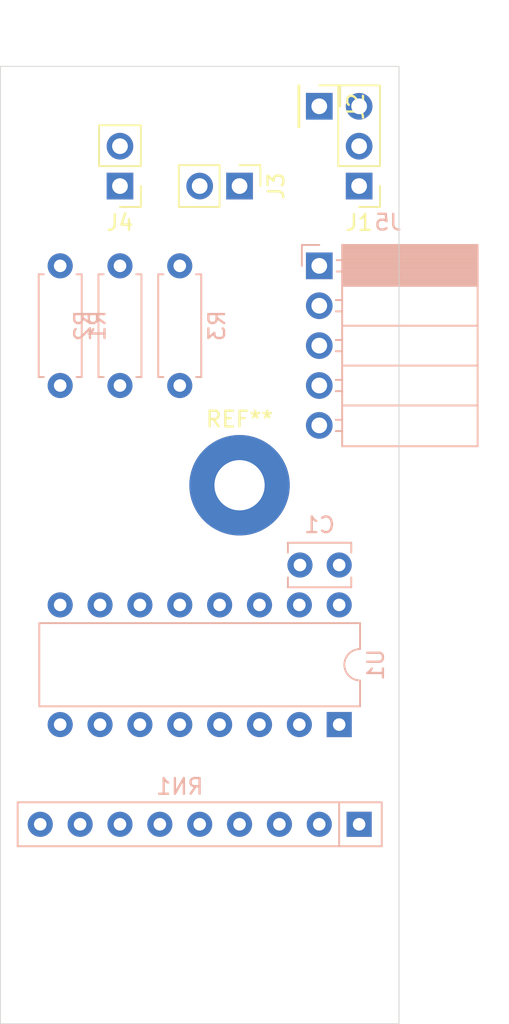
<source format=kicad_pcb>
(kicad_pcb (version 20171130) (host pcbnew 5.1.0)

  (general
    (thickness 1.6)
    (drawings 4)
    (tracks 0)
    (zones 0)
    (modules 12)
    (nets 21)
  )

  (page A4)
  (title_block
    (title "Modular Piano Keyboard End")
    (date 2020-06-06)
    (rev v1)
    (comment 2 creativecommons.org/licenses/by/4.0/)
    (comment 3 "License: CC BY 4.0")
    (comment 4 "Author: William de Beaumont")
  )

  (layers
    (0 F.Cu signal)
    (31 B.Cu signal)
    (32 B.Adhes user)
    (33 F.Adhes user)
    (34 B.Paste user)
    (35 F.Paste user)
    (36 B.SilkS user)
    (37 F.SilkS user)
    (38 B.Mask user)
    (39 F.Mask user)
    (40 Dwgs.User user)
    (41 Cmts.User user)
    (42 Eco1.User user)
    (43 Eco2.User user)
    (44 Edge.Cuts user)
    (45 Margin user)
    (46 B.CrtYd user)
    (47 F.CrtYd user)
    (48 B.Fab user)
    (49 F.Fab user)
  )

  (setup
    (last_trace_width 0.254)
    (user_trace_width 0.508)
    (trace_clearance 0.254)
    (zone_clearance 0.508)
    (zone_45_only no)
    (trace_min 0.1524)
    (via_size 0.762)
    (via_drill 0.381)
    (via_min_size 0.508)
    (via_min_drill 0.254)
    (uvia_size 0.762)
    (uvia_drill 0.381)
    (uvias_allowed no)
    (uvia_min_size 0.508)
    (uvia_min_drill 0.254)
    (edge_width 0.05)
    (segment_width 0.2)
    (pcb_text_width 0.3)
    (pcb_text_size 1.5 1.5)
    (mod_edge_width 0.12)
    (mod_text_size 1 1)
    (mod_text_width 0.15)
    (pad_size 6.4 6.4)
    (pad_drill 3.200001)
    (pad_to_mask_clearance 0.0508)
    (solder_mask_min_width 0.1016)
    (aux_axis_origin 0 0)
    (visible_elements FFFFFF7F)
    (pcbplotparams
      (layerselection 0x010fc_ffffffff)
      (usegerberextensions false)
      (usegerberattributes false)
      (usegerberadvancedattributes false)
      (creategerberjobfile false)
      (excludeedgelayer true)
      (linewidth 0.100000)
      (plotframeref false)
      (viasonmask false)
      (mode 1)
      (useauxorigin false)
      (hpglpennumber 1)
      (hpglpenspeed 20)
      (hpglpendiameter 15.000000)
      (psnegative false)
      (psa4output false)
      (plotreference true)
      (plotvalue true)
      (plotinvisibletext false)
      (padsonsilk false)
      (subtractmaskfromsilk false)
      (outputformat 1)
      (mirror false)
      (drillshape 1)
      (scaleselection 1)
      (outputdirectory ""))
  )

  (net 0 "")
  (net 1 GND)
  (net 2 VCC)
  (net 3 /A1-MOD)
  (net 4 /A0-PITCH)
  (net 5 /CLOCK)
  (net 6 +3V3)
  (net 7 /MOSI-SHIFT)
  (net 8 /MISO-DATA_OUT)
  (net 9 /DATA_IN)
  (net 10 "Net-(R1-Pad1)")
  (net 11 "Net-(R2-Pad2)")
  (net 12 "Net-(RN1-Pad9)")
  (net 13 "Net-(RN1-Pad8)")
  (net 14 "Net-(RN1-Pad7)")
  (net 15 "Net-(RN1-Pad6)")
  (net 16 "Net-(RN1-Pad5)")
  (net 17 "Net-(RN1-Pad4)")
  (net 18 "Net-(RN1-Pad3)")
  (net 19 "Net-(J6-PadS)")
  (net 20 "Net-(U1-Pad7)")

  (net_class Default "This is the default net class."
    (clearance 0.254)
    (trace_width 0.254)
    (via_dia 0.762)
    (via_drill 0.381)
    (uvia_dia 0.762)
    (uvia_drill 0.381)
    (diff_pair_width 0.254)
    (diff_pair_gap 0.254)
    (add_net /A0-PITCH)
    (add_net /A1-MOD)
    (add_net /CLOCK)
    (add_net /DATA_IN)
    (add_net /MISO-DATA_OUT)
    (add_net /MOSI-SHIFT)
    (add_net "Net-(J6-PadS)")
    (add_net "Net-(R1-Pad1)")
    (add_net "Net-(R2-Pad2)")
    (add_net "Net-(RN1-Pad3)")
    (add_net "Net-(RN1-Pad4)")
    (add_net "Net-(RN1-Pad5)")
    (add_net "Net-(RN1-Pad6)")
    (add_net "Net-(RN1-Pad7)")
    (add_net "Net-(RN1-Pad8)")
    (add_net "Net-(RN1-Pad9)")
    (add_net "Net-(U1-Pad7)")
  )

  (net_class PWR ""
    (clearance 0.254)
    (trace_width 0.508)
    (via_dia 0.762)
    (via_drill 0.381)
    (uvia_dia 0.762)
    (uvia_drill 0.381)
    (diff_pair_width 0.254)
    (diff_pair_gap 0.254)
    (add_net +3V3)
    (add_net GND)
    (add_net VCC)
  )

  (module MountingHole:MountingHole_3.2mm_M3_Pad (layer F.Cu) (tedit 56D1B4CB) (tstamp 5EDC79E7)
    (at 167.64 92.71)
    (descr "Mounting Hole 3.2mm, M3")
    (tags "mounting hole 3.2mm m3")
    (attr virtual)
    (fp_text reference REF** (at 0 -4.2) (layer F.SilkS)
      (effects (font (size 1 1) (thickness 0.15)))
    )
    (fp_text value MountingHole_3.2mm_M3_Pad (at 0 4.2) (layer F.Fab)
      (effects (font (size 1 1) (thickness 0.15)))
    )
    (fp_circle (center 0 0) (end 3.45 0) (layer F.CrtYd) (width 0.05))
    (fp_circle (center 0 0) (end 3.2 0) (layer Cmts.User) (width 0.15))
    (fp_text user %R (at 0.3 0) (layer F.Fab)
      (effects (font (size 1 1) (thickness 0.15)))
    )
    (pad 1 thru_hole circle (at 0 0) (size 6.4 6.4) (drill 3.2) (layers *.Cu *.Mask))
  )

  (module Package_DIP:DIP-16_W7.62mm (layer B.Cu) (tedit 5A02E8C5) (tstamp 5EDC68CC)
    (at 173.99 107.95 90)
    (descr "16-lead though-hole mounted DIP package, row spacing 7.62 mm (300 mils)")
    (tags "THT DIP DIL PDIP 2.54mm 7.62mm 300mil")
    (path /5E65EAD8)
    (fp_text reference U1 (at 3.81 2.33 90) (layer B.SilkS)
      (effects (font (size 1 1) (thickness 0.15)) (justify mirror))
    )
    (fp_text value 74165 (at 3.81 -20.11 90) (layer B.Fab)
      (effects (font (size 1 1) (thickness 0.15)) (justify mirror))
    )
    (fp_text user %R (at 3.81 -8.89 90) (layer B.Fab)
      (effects (font (size 1 1) (thickness 0.15)) (justify mirror))
    )
    (fp_line (start 8.7 1.55) (end -1.1 1.55) (layer B.CrtYd) (width 0.05))
    (fp_line (start 8.7 -19.3) (end 8.7 1.55) (layer B.CrtYd) (width 0.05))
    (fp_line (start -1.1 -19.3) (end 8.7 -19.3) (layer B.CrtYd) (width 0.05))
    (fp_line (start -1.1 1.55) (end -1.1 -19.3) (layer B.CrtYd) (width 0.05))
    (fp_line (start 6.46 1.33) (end 4.81 1.33) (layer B.SilkS) (width 0.12))
    (fp_line (start 6.46 -19.11) (end 6.46 1.33) (layer B.SilkS) (width 0.12))
    (fp_line (start 1.16 -19.11) (end 6.46 -19.11) (layer B.SilkS) (width 0.12))
    (fp_line (start 1.16 1.33) (end 1.16 -19.11) (layer B.SilkS) (width 0.12))
    (fp_line (start 2.81 1.33) (end 1.16 1.33) (layer B.SilkS) (width 0.12))
    (fp_line (start 0.635 0.27) (end 1.635 1.27) (layer B.Fab) (width 0.1))
    (fp_line (start 0.635 -19.05) (end 0.635 0.27) (layer B.Fab) (width 0.1))
    (fp_line (start 6.985 -19.05) (end 0.635 -19.05) (layer B.Fab) (width 0.1))
    (fp_line (start 6.985 1.27) (end 6.985 -19.05) (layer B.Fab) (width 0.1))
    (fp_line (start 1.635 1.27) (end 6.985 1.27) (layer B.Fab) (width 0.1))
    (fp_arc (start 3.81 1.33) (end 2.81 1.33) (angle 180) (layer B.SilkS) (width 0.12))
    (pad 16 thru_hole oval (at 7.62 0 90) (size 1.6 1.6) (drill 0.8) (layers *.Cu *.Mask)
      (net 2 VCC))
    (pad 8 thru_hole oval (at 0 -17.78 90) (size 1.6 1.6) (drill 0.8) (layers *.Cu *.Mask)
      (net 1 GND))
    (pad 15 thru_hole oval (at 7.62 -2.54 90) (size 1.6 1.6) (drill 0.8) (layers *.Cu *.Mask)
      (net 1 GND))
    (pad 7 thru_hole oval (at 0 -15.24 90) (size 1.6 1.6) (drill 0.8) (layers *.Cu *.Mask)
      (net 20 "Net-(U1-Pad7)"))
    (pad 14 thru_hole oval (at 7.62 -5.08 90) (size 1.6 1.6) (drill 0.8) (layers *.Cu *.Mask)
      (net 16 "Net-(RN1-Pad5)"))
    (pad 6 thru_hole oval (at 0 -12.7 90) (size 1.6 1.6) (drill 0.8) (layers *.Cu *.Mask)
      (net 12 "Net-(RN1-Pad9)"))
    (pad 13 thru_hole oval (at 7.62 -7.62 90) (size 1.6 1.6) (drill 0.8) (layers *.Cu *.Mask)
      (net 17 "Net-(RN1-Pad4)"))
    (pad 5 thru_hole oval (at 0 -10.16 90) (size 1.6 1.6) (drill 0.8) (layers *.Cu *.Mask)
      (net 13 "Net-(RN1-Pad8)"))
    (pad 12 thru_hole oval (at 7.62 -10.16 90) (size 1.6 1.6) (drill 0.8) (layers *.Cu *.Mask)
      (net 18 "Net-(RN1-Pad3)"))
    (pad 4 thru_hole oval (at 0 -7.62 90) (size 1.6 1.6) (drill 0.8) (layers *.Cu *.Mask)
      (net 14 "Net-(RN1-Pad7)"))
    (pad 11 thru_hole oval (at 7.62 -12.7 90) (size 1.6 1.6) (drill 0.8) (layers *.Cu *.Mask)
      (net 19 "Net-(J6-PadS)"))
    (pad 3 thru_hole oval (at 0 -5.08 90) (size 1.6 1.6) (drill 0.8) (layers *.Cu *.Mask)
      (net 15 "Net-(RN1-Pad6)"))
    (pad 10 thru_hole oval (at 7.62 -15.24 90) (size 1.6 1.6) (drill 0.8) (layers *.Cu *.Mask)
      (net 9 /DATA_IN))
    (pad 2 thru_hole oval (at 0 -2.54 90) (size 1.6 1.6) (drill 0.8) (layers *.Cu *.Mask)
      (net 5 /CLOCK))
    (pad 9 thru_hole oval (at 7.62 -17.78 90) (size 1.6 1.6) (drill 0.8) (layers *.Cu *.Mask)
      (net 10 "Net-(R1-Pad1)"))
    (pad 1 thru_hole rect (at 0 0 90) (size 1.6 1.6) (drill 0.8) (layers *.Cu *.Mask)
      (net 7 /MOSI-SHIFT))
    (model ${KISYS3DMOD}/Package_DIP.3dshapes/DIP-16_W7.62mm.wrl
      (at (xyz 0 0 0))
      (scale (xyz 1 1 1))
      (rotate (xyz 0 0 0))
    )
  )

  (module Resistor_THT:R_Array_SIP9 (layer B.Cu) (tedit 5A14249F) (tstamp 5EDC68A8)
    (at 175.26 114.3 180)
    (descr "9-pin Resistor SIP pack")
    (tags R)
    (path /5E65EAE4)
    (fp_text reference RN1 (at 11.43 2.4 180) (layer B.SilkS)
      (effects (font (size 1 1) (thickness 0.15)) (justify mirror))
    )
    (fp_text value "10k x8" (at 11.43 -2.4 180) (layer B.Fab)
      (effects (font (size 1 1) (thickness 0.15)) (justify mirror))
    )
    (fp_line (start 22.05 1.65) (end -1.7 1.65) (layer B.CrtYd) (width 0.05))
    (fp_line (start 22.05 -1.65) (end 22.05 1.65) (layer B.CrtYd) (width 0.05))
    (fp_line (start -1.7 -1.65) (end 22.05 -1.65) (layer B.CrtYd) (width 0.05))
    (fp_line (start -1.7 1.65) (end -1.7 -1.65) (layer B.CrtYd) (width 0.05))
    (fp_line (start 1.27 1.4) (end 1.27 -1.4) (layer B.SilkS) (width 0.12))
    (fp_line (start 21.76 1.4) (end -1.44 1.4) (layer B.SilkS) (width 0.12))
    (fp_line (start 21.76 -1.4) (end 21.76 1.4) (layer B.SilkS) (width 0.12))
    (fp_line (start -1.44 -1.4) (end 21.76 -1.4) (layer B.SilkS) (width 0.12))
    (fp_line (start -1.44 1.4) (end -1.44 -1.4) (layer B.SilkS) (width 0.12))
    (fp_line (start 1.27 1.25) (end 1.27 -1.25) (layer B.Fab) (width 0.1))
    (fp_line (start 21.61 1.25) (end -1.29 1.25) (layer B.Fab) (width 0.1))
    (fp_line (start 21.61 -1.25) (end 21.61 1.25) (layer B.Fab) (width 0.1))
    (fp_line (start -1.29 -1.25) (end 21.61 -1.25) (layer B.Fab) (width 0.1))
    (fp_line (start -1.29 1.25) (end -1.29 -1.25) (layer B.Fab) (width 0.1))
    (fp_text user %R (at 10.16 0 180) (layer B.Fab)
      (effects (font (size 1 1) (thickness 0.15)) (justify mirror))
    )
    (pad 9 thru_hole oval (at 20.32 0 180) (size 1.6 1.6) (drill 0.8) (layers *.Cu *.Mask)
      (net 12 "Net-(RN1-Pad9)"))
    (pad 8 thru_hole oval (at 17.78 0 180) (size 1.6 1.6) (drill 0.8) (layers *.Cu *.Mask)
      (net 13 "Net-(RN1-Pad8)"))
    (pad 7 thru_hole oval (at 15.24 0 180) (size 1.6 1.6) (drill 0.8) (layers *.Cu *.Mask)
      (net 14 "Net-(RN1-Pad7)"))
    (pad 6 thru_hole oval (at 12.7 0 180) (size 1.6 1.6) (drill 0.8) (layers *.Cu *.Mask)
      (net 15 "Net-(RN1-Pad6)"))
    (pad 5 thru_hole oval (at 10.16 0 180) (size 1.6 1.6) (drill 0.8) (layers *.Cu *.Mask)
      (net 16 "Net-(RN1-Pad5)"))
    (pad 4 thru_hole oval (at 7.62 0 180) (size 1.6 1.6) (drill 0.8) (layers *.Cu *.Mask)
      (net 17 "Net-(RN1-Pad4)"))
    (pad 3 thru_hole oval (at 5.08 0 180) (size 1.6 1.6) (drill 0.8) (layers *.Cu *.Mask)
      (net 18 "Net-(RN1-Pad3)"))
    (pad 2 thru_hole oval (at 2.54 0 180) (size 1.6 1.6) (drill 0.8) (layers *.Cu *.Mask)
      (net 19 "Net-(J6-PadS)"))
    (pad 1 thru_hole rect (at 0 0 180) (size 1.6 1.6) (drill 0.8) (layers *.Cu *.Mask)
      (net 1 GND))
    (model ${KISYS3DMOD}/Resistor_THT.3dshapes/R_Array_SIP9.wrl
      (at (xyz 0 0 0))
      (scale (xyz 1 1 1))
      (rotate (xyz 0 0 0))
    )
  )

  (module Resistor_THT:R_Axial_DIN0207_L6.3mm_D2.5mm_P7.62mm_Horizontal (layer B.Cu) (tedit 5AE5139B) (tstamp 5EDC688C)
    (at 163.83 86.36 90)
    (descr "Resistor, Axial_DIN0207 series, Axial, Horizontal, pin pitch=7.62mm, 0.25W = 1/4W, length*diameter=6.3*2.5mm^2, http://cdn-reichelt.de/documents/datenblatt/B400/1_4W%23YAG.pdf")
    (tags "Resistor Axial_DIN0207 series Axial Horizontal pin pitch 7.62mm 0.25W = 1/4W length 6.3mm diameter 2.5mm")
    (path /5EE9E9C9)
    (fp_text reference R3 (at 3.81 2.37 90) (layer B.SilkS)
      (effects (font (size 1 1) (thickness 0.15)) (justify mirror))
    )
    (fp_text value 10k (at 3.81 -2.37 90) (layer B.Fab)
      (effects (font (size 1 1) (thickness 0.15)) (justify mirror))
    )
    (fp_text user %R (at 3.81 0 90) (layer B.Fab)
      (effects (font (size 1 1) (thickness 0.15)) (justify mirror))
    )
    (fp_line (start 8.67 1.5) (end -1.05 1.5) (layer B.CrtYd) (width 0.05))
    (fp_line (start 8.67 -1.5) (end 8.67 1.5) (layer B.CrtYd) (width 0.05))
    (fp_line (start -1.05 -1.5) (end 8.67 -1.5) (layer B.CrtYd) (width 0.05))
    (fp_line (start -1.05 1.5) (end -1.05 -1.5) (layer B.CrtYd) (width 0.05))
    (fp_line (start 7.08 -1.37) (end 7.08 -1.04) (layer B.SilkS) (width 0.12))
    (fp_line (start 0.54 -1.37) (end 7.08 -1.37) (layer B.SilkS) (width 0.12))
    (fp_line (start 0.54 -1.04) (end 0.54 -1.37) (layer B.SilkS) (width 0.12))
    (fp_line (start 7.08 1.37) (end 7.08 1.04) (layer B.SilkS) (width 0.12))
    (fp_line (start 0.54 1.37) (end 7.08 1.37) (layer B.SilkS) (width 0.12))
    (fp_line (start 0.54 1.04) (end 0.54 1.37) (layer B.SilkS) (width 0.12))
    (fp_line (start 7.62 0) (end 6.96 0) (layer B.Fab) (width 0.1))
    (fp_line (start 0 0) (end 0.66 0) (layer B.Fab) (width 0.1))
    (fp_line (start 6.96 1.25) (end 0.66 1.25) (layer B.Fab) (width 0.1))
    (fp_line (start 6.96 -1.25) (end 6.96 1.25) (layer B.Fab) (width 0.1))
    (fp_line (start 0.66 -1.25) (end 6.96 -1.25) (layer B.Fab) (width 0.1))
    (fp_line (start 0.66 1.25) (end 0.66 -1.25) (layer B.Fab) (width 0.1))
    (pad 2 thru_hole oval (at 7.62 0 90) (size 1.6 1.6) (drill 0.8) (layers *.Cu *.Mask)
      (net 1 GND))
    (pad 1 thru_hole circle (at 0 0 90) (size 1.6 1.6) (drill 0.8) (layers *.Cu *.Mask)
      (net 11 "Net-(R2-Pad2)"))
    (model ${KISYS3DMOD}/Resistor_THT.3dshapes/R_Axial_DIN0207_L6.3mm_D2.5mm_P7.62mm_Horizontal.wrl
      (at (xyz 0 0 0))
      (scale (xyz 1 1 1))
      (rotate (xyz 0 0 0))
    )
  )

  (module Resistor_THT:R_Axial_DIN0207_L6.3mm_D2.5mm_P7.62mm_Horizontal (layer B.Cu) (tedit 5AE5139B) (tstamp 5EDC6875)
    (at 160.02 78.74 270)
    (descr "Resistor, Axial_DIN0207 series, Axial, Horizontal, pin pitch=7.62mm, 0.25W = 1/4W, length*diameter=6.3*2.5mm^2, http://cdn-reichelt.de/documents/datenblatt/B400/1_4W%23YAG.pdf")
    (tags "Resistor Axial_DIN0207 series Axial Horizontal pin pitch 7.62mm 0.25W = 1/4W length 6.3mm diameter 2.5mm")
    (path /5EE9C4B8)
    (fp_text reference R2 (at 3.81 2.37 270) (layer B.SilkS)
      (effects (font (size 1 1) (thickness 0.15)) (justify mirror))
    )
    (fp_text value 10k (at 3.81 -2.37 270) (layer B.Fab)
      (effects (font (size 1 1) (thickness 0.15)) (justify mirror))
    )
    (fp_text user %R (at 3.81 0 270) (layer B.Fab)
      (effects (font (size 1 1) (thickness 0.15)) (justify mirror))
    )
    (fp_line (start 8.67 1.5) (end -1.05 1.5) (layer B.CrtYd) (width 0.05))
    (fp_line (start 8.67 -1.5) (end 8.67 1.5) (layer B.CrtYd) (width 0.05))
    (fp_line (start -1.05 -1.5) (end 8.67 -1.5) (layer B.CrtYd) (width 0.05))
    (fp_line (start -1.05 1.5) (end -1.05 -1.5) (layer B.CrtYd) (width 0.05))
    (fp_line (start 7.08 -1.37) (end 7.08 -1.04) (layer B.SilkS) (width 0.12))
    (fp_line (start 0.54 -1.37) (end 7.08 -1.37) (layer B.SilkS) (width 0.12))
    (fp_line (start 0.54 -1.04) (end 0.54 -1.37) (layer B.SilkS) (width 0.12))
    (fp_line (start 7.08 1.37) (end 7.08 1.04) (layer B.SilkS) (width 0.12))
    (fp_line (start 0.54 1.37) (end 7.08 1.37) (layer B.SilkS) (width 0.12))
    (fp_line (start 0.54 1.04) (end 0.54 1.37) (layer B.SilkS) (width 0.12))
    (fp_line (start 7.62 0) (end 6.96 0) (layer B.Fab) (width 0.1))
    (fp_line (start 0 0) (end 0.66 0) (layer B.Fab) (width 0.1))
    (fp_line (start 6.96 1.25) (end 0.66 1.25) (layer B.Fab) (width 0.1))
    (fp_line (start 6.96 -1.25) (end 6.96 1.25) (layer B.Fab) (width 0.1))
    (fp_line (start 0.66 -1.25) (end 6.96 -1.25) (layer B.Fab) (width 0.1))
    (fp_line (start 0.66 1.25) (end 0.66 -1.25) (layer B.Fab) (width 0.1))
    (pad 2 thru_hole oval (at 7.62 0 270) (size 1.6 1.6) (drill 0.8) (layers *.Cu *.Mask)
      (net 11 "Net-(R2-Pad2)"))
    (pad 1 thru_hole circle (at 0 0 270) (size 1.6 1.6) (drill 0.8) (layers *.Cu *.Mask)
      (net 8 /MISO-DATA_OUT))
    (model ${KISYS3DMOD}/Resistor_THT.3dshapes/R_Axial_DIN0207_L6.3mm_D2.5mm_P7.62mm_Horizontal.wrl
      (at (xyz 0 0 0))
      (scale (xyz 1 1 1))
      (rotate (xyz 0 0 0))
    )
  )

  (module Resistor_THT:R_Axial_DIN0207_L6.3mm_D2.5mm_P7.62mm_Horizontal (layer B.Cu) (tedit 5AE5139B) (tstamp 5EDC685E)
    (at 156.21 86.36 90)
    (descr "Resistor, Axial_DIN0207 series, Axial, Horizontal, pin pitch=7.62mm, 0.25W = 1/4W, length*diameter=6.3*2.5mm^2, http://cdn-reichelt.de/documents/datenblatt/B400/1_4W%23YAG.pdf")
    (tags "Resistor Axial_DIN0207 series Axial Horizontal pin pitch 7.62mm 0.25W = 1/4W length 6.3mm diameter 2.5mm")
    (path /5EE99843)
    (fp_text reference R1 (at 3.81 2.37 90) (layer B.SilkS)
      (effects (font (size 1 1) (thickness 0.15)) (justify mirror))
    )
    (fp_text value 10k (at 3.81 -2.37 90) (layer B.Fab)
      (effects (font (size 1 1) (thickness 0.15)) (justify mirror))
    )
    (fp_text user %R (at 3.81 0 90) (layer B.Fab)
      (effects (font (size 1 1) (thickness 0.15)) (justify mirror))
    )
    (fp_line (start 8.67 1.5) (end -1.05 1.5) (layer B.CrtYd) (width 0.05))
    (fp_line (start 8.67 -1.5) (end 8.67 1.5) (layer B.CrtYd) (width 0.05))
    (fp_line (start -1.05 -1.5) (end 8.67 -1.5) (layer B.CrtYd) (width 0.05))
    (fp_line (start -1.05 1.5) (end -1.05 -1.5) (layer B.CrtYd) (width 0.05))
    (fp_line (start 7.08 -1.37) (end 7.08 -1.04) (layer B.SilkS) (width 0.12))
    (fp_line (start 0.54 -1.37) (end 7.08 -1.37) (layer B.SilkS) (width 0.12))
    (fp_line (start 0.54 -1.04) (end 0.54 -1.37) (layer B.SilkS) (width 0.12))
    (fp_line (start 7.08 1.37) (end 7.08 1.04) (layer B.SilkS) (width 0.12))
    (fp_line (start 0.54 1.37) (end 7.08 1.37) (layer B.SilkS) (width 0.12))
    (fp_line (start 0.54 1.04) (end 0.54 1.37) (layer B.SilkS) (width 0.12))
    (fp_line (start 7.62 0) (end 6.96 0) (layer B.Fab) (width 0.1))
    (fp_line (start 0 0) (end 0.66 0) (layer B.Fab) (width 0.1))
    (fp_line (start 6.96 1.25) (end 0.66 1.25) (layer B.Fab) (width 0.1))
    (fp_line (start 6.96 -1.25) (end 6.96 1.25) (layer B.Fab) (width 0.1))
    (fp_line (start 0.66 -1.25) (end 6.96 -1.25) (layer B.Fab) (width 0.1))
    (fp_line (start 0.66 1.25) (end 0.66 -1.25) (layer B.Fab) (width 0.1))
    (pad 2 thru_hole oval (at 7.62 0 90) (size 1.6 1.6) (drill 0.8) (layers *.Cu *.Mask)
      (net 8 /MISO-DATA_OUT))
    (pad 1 thru_hole circle (at 0 0 90) (size 1.6 1.6) (drill 0.8) (layers *.Cu *.Mask)
      (net 10 "Net-(R1-Pad1)"))
    (model ${KISYS3DMOD}/Resistor_THT.3dshapes/R_Axial_DIN0207_L6.3mm_D2.5mm_P7.62mm_Horizontal.wrl
      (at (xyz 0 0 0))
      (scale (xyz 1 1 1))
      (rotate (xyz 0 0 0))
    )
  )

  (module Connector_PinSocket_2.54mm:PinSocket_1x05_P2.54mm_Horizontal (layer B.Cu) (tedit 5A19A431) (tstamp 5EDC6847)
    (at 172.72 78.74 180)
    (descr "Through hole angled socket strip, 1x05, 2.54mm pitch, 8.51mm socket length, single row (from Kicad 4.0.7), script generated")
    (tags "Through hole angled socket strip THT 1x05 2.54mm single row")
    (path /5E5EDAC0)
    (fp_text reference J5 (at -4.38 2.77 180) (layer B.SilkS)
      (effects (font (size 1 1) (thickness 0.15)) (justify mirror))
    )
    (fp_text value Conn_01x05_Female (at -4.38 -12.93 180) (layer B.Fab)
      (effects (font (size 1 1) (thickness 0.15)) (justify mirror))
    )
    (fp_text user %R (at -5.775 -5.08 90) (layer B.Fab)
      (effects (font (size 1 1) (thickness 0.15)) (justify mirror))
    )
    (fp_line (start 1.75 -11.95) (end 1.75 1.75) (layer B.CrtYd) (width 0.05))
    (fp_line (start -10.55 -11.95) (end 1.75 -11.95) (layer B.CrtYd) (width 0.05))
    (fp_line (start -10.55 1.75) (end -10.55 -11.95) (layer B.CrtYd) (width 0.05))
    (fp_line (start 1.75 1.75) (end -10.55 1.75) (layer B.CrtYd) (width 0.05))
    (fp_line (start 0 1.33) (end 1.11 1.33) (layer B.SilkS) (width 0.12))
    (fp_line (start 1.11 1.33) (end 1.11 0) (layer B.SilkS) (width 0.12))
    (fp_line (start -10.09 1.33) (end -10.09 -11.49) (layer B.SilkS) (width 0.12))
    (fp_line (start -10.09 -11.49) (end -1.46 -11.49) (layer B.SilkS) (width 0.12))
    (fp_line (start -1.46 1.33) (end -1.46 -11.49) (layer B.SilkS) (width 0.12))
    (fp_line (start -10.09 1.33) (end -1.46 1.33) (layer B.SilkS) (width 0.12))
    (fp_line (start -10.09 -8.89) (end -1.46 -8.89) (layer B.SilkS) (width 0.12))
    (fp_line (start -10.09 -6.35) (end -1.46 -6.35) (layer B.SilkS) (width 0.12))
    (fp_line (start -10.09 -3.81) (end -1.46 -3.81) (layer B.SilkS) (width 0.12))
    (fp_line (start -10.09 -1.27) (end -1.46 -1.27) (layer B.SilkS) (width 0.12))
    (fp_line (start -1.46 -10.52) (end -1.05 -10.52) (layer B.SilkS) (width 0.12))
    (fp_line (start -1.46 -9.8) (end -1.05 -9.8) (layer B.SilkS) (width 0.12))
    (fp_line (start -1.46 -7.98) (end -1.05 -7.98) (layer B.SilkS) (width 0.12))
    (fp_line (start -1.46 -7.26) (end -1.05 -7.26) (layer B.SilkS) (width 0.12))
    (fp_line (start -1.46 -5.44) (end -1.05 -5.44) (layer B.SilkS) (width 0.12))
    (fp_line (start -1.46 -4.72) (end -1.05 -4.72) (layer B.SilkS) (width 0.12))
    (fp_line (start -1.46 -2.9) (end -1.05 -2.9) (layer B.SilkS) (width 0.12))
    (fp_line (start -1.46 -2.18) (end -1.05 -2.18) (layer B.SilkS) (width 0.12))
    (fp_line (start -1.46 -0.36) (end -1.11 -0.36) (layer B.SilkS) (width 0.12))
    (fp_line (start -1.46 0.36) (end -1.11 0.36) (layer B.SilkS) (width 0.12))
    (fp_line (start -10.09 -1.1519) (end -1.46 -1.1519) (layer B.SilkS) (width 0.12))
    (fp_line (start -10.09 -1.033805) (end -1.46 -1.033805) (layer B.SilkS) (width 0.12))
    (fp_line (start -10.09 -0.91571) (end -1.46 -0.91571) (layer B.SilkS) (width 0.12))
    (fp_line (start -10.09 -0.797615) (end -1.46 -0.797615) (layer B.SilkS) (width 0.12))
    (fp_line (start -10.09 -0.67952) (end -1.46 -0.67952) (layer B.SilkS) (width 0.12))
    (fp_line (start -10.09 -0.561425) (end -1.46 -0.561425) (layer B.SilkS) (width 0.12))
    (fp_line (start -10.09 -0.44333) (end -1.46 -0.44333) (layer B.SilkS) (width 0.12))
    (fp_line (start -10.09 -0.325235) (end -1.46 -0.325235) (layer B.SilkS) (width 0.12))
    (fp_line (start -10.09 -0.20714) (end -1.46 -0.20714) (layer B.SilkS) (width 0.12))
    (fp_line (start -10.09 -0.089045) (end -1.46 -0.089045) (layer B.SilkS) (width 0.12))
    (fp_line (start -10.09 0.02905) (end -1.46 0.02905) (layer B.SilkS) (width 0.12))
    (fp_line (start -10.09 0.147145) (end -1.46 0.147145) (layer B.SilkS) (width 0.12))
    (fp_line (start -10.09 0.26524) (end -1.46 0.26524) (layer B.SilkS) (width 0.12))
    (fp_line (start -10.09 0.383335) (end -1.46 0.383335) (layer B.SilkS) (width 0.12))
    (fp_line (start -10.09 0.50143) (end -1.46 0.50143) (layer B.SilkS) (width 0.12))
    (fp_line (start -10.09 0.619525) (end -1.46 0.619525) (layer B.SilkS) (width 0.12))
    (fp_line (start -10.09 0.73762) (end -1.46 0.73762) (layer B.SilkS) (width 0.12))
    (fp_line (start -10.09 0.855715) (end -1.46 0.855715) (layer B.SilkS) (width 0.12))
    (fp_line (start -10.09 0.97381) (end -1.46 0.97381) (layer B.SilkS) (width 0.12))
    (fp_line (start -10.09 1.091905) (end -1.46 1.091905) (layer B.SilkS) (width 0.12))
    (fp_line (start -10.09 1.21) (end -1.46 1.21) (layer B.SilkS) (width 0.12))
    (fp_line (start 0 -10.46) (end 0 -9.86) (layer B.Fab) (width 0.1))
    (fp_line (start -1.52 -10.46) (end 0 -10.46) (layer B.Fab) (width 0.1))
    (fp_line (start 0 -9.86) (end -1.52 -9.86) (layer B.Fab) (width 0.1))
    (fp_line (start 0 -7.92) (end 0 -7.32) (layer B.Fab) (width 0.1))
    (fp_line (start -1.52 -7.92) (end 0 -7.92) (layer B.Fab) (width 0.1))
    (fp_line (start 0 -7.32) (end -1.52 -7.32) (layer B.Fab) (width 0.1))
    (fp_line (start 0 -5.38) (end 0 -4.78) (layer B.Fab) (width 0.1))
    (fp_line (start -1.52 -5.38) (end 0 -5.38) (layer B.Fab) (width 0.1))
    (fp_line (start 0 -4.78) (end -1.52 -4.78) (layer B.Fab) (width 0.1))
    (fp_line (start 0 -2.84) (end 0 -2.24) (layer B.Fab) (width 0.1))
    (fp_line (start -1.52 -2.84) (end 0 -2.84) (layer B.Fab) (width 0.1))
    (fp_line (start 0 -2.24) (end -1.52 -2.24) (layer B.Fab) (width 0.1))
    (fp_line (start 0 -0.3) (end 0 0.3) (layer B.Fab) (width 0.1))
    (fp_line (start -1.52 -0.3) (end 0 -0.3) (layer B.Fab) (width 0.1))
    (fp_line (start 0 0.3) (end -1.52 0.3) (layer B.Fab) (width 0.1))
    (fp_line (start -10.03 -11.43) (end -10.03 1.27) (layer B.Fab) (width 0.1))
    (fp_line (start -1.52 -11.43) (end -10.03 -11.43) (layer B.Fab) (width 0.1))
    (fp_line (start -1.52 0.3) (end -1.52 -11.43) (layer B.Fab) (width 0.1))
    (fp_line (start -2.49 1.27) (end -1.52 0.3) (layer B.Fab) (width 0.1))
    (fp_line (start -10.03 1.27) (end -2.49 1.27) (layer B.Fab) (width 0.1))
    (pad 5 thru_hole oval (at 0 -10.16 180) (size 1.7 1.7) (drill 1) (layers *.Cu *.Mask)
      (net 1 GND))
    (pad 4 thru_hole oval (at 0 -7.62 180) (size 1.7 1.7) (drill 1) (layers *.Cu *.Mask)
      (net 7 /MOSI-SHIFT))
    (pad 3 thru_hole oval (at 0 -5.08 180) (size 1.7 1.7) (drill 1) (layers *.Cu *.Mask)
      (net 5 /CLOCK))
    (pad 2 thru_hole oval (at 0 -2.54 180) (size 1.7 1.7) (drill 1) (layers *.Cu *.Mask)
      (net 9 /DATA_IN))
    (pad 1 thru_hole rect (at 0 0 180) (size 1.7 1.7) (drill 1) (layers *.Cu *.Mask)
      (net 2 VCC))
    (model ${KISYS3DMOD}/Connector_PinSocket_2.54mm.3dshapes/PinSocket_1x05_P2.54mm_Horizontal.wrl
      (at (xyz 0 0 0))
      (scale (xyz 1 1 1))
      (rotate (xyz 0 0 0))
    )
  )

  (module Connector_PinHeader_2.54mm:PinHeader_1x02_P2.54mm_Vertical (layer F.Cu) (tedit 59FED5CC) (tstamp 5EDC67FC)
    (at 160.02 73.66 180)
    (descr "Through hole straight pin header, 1x02, 2.54mm pitch, single row")
    (tags "Through hole pin header THT 1x02 2.54mm single row")
    (path /5EE0F82F)
    (fp_text reference J4 (at 0 -2.33 180) (layer F.SilkS)
      (effects (font (size 1 1) (thickness 0.15)))
    )
    (fp_text value Conn_01x02_Male (at 0 4.87 180) (layer F.Fab)
      (effects (font (size 1 1) (thickness 0.15)))
    )
    (fp_text user %R (at 0 1.27 270) (layer F.Fab)
      (effects (font (size 1 1) (thickness 0.15)))
    )
    (fp_line (start 1.8 -1.8) (end -1.8 -1.8) (layer F.CrtYd) (width 0.05))
    (fp_line (start 1.8 4.35) (end 1.8 -1.8) (layer F.CrtYd) (width 0.05))
    (fp_line (start -1.8 4.35) (end 1.8 4.35) (layer F.CrtYd) (width 0.05))
    (fp_line (start -1.8 -1.8) (end -1.8 4.35) (layer F.CrtYd) (width 0.05))
    (fp_line (start -1.33 -1.33) (end 0 -1.33) (layer F.SilkS) (width 0.12))
    (fp_line (start -1.33 0) (end -1.33 -1.33) (layer F.SilkS) (width 0.12))
    (fp_line (start -1.33 1.27) (end 1.33 1.27) (layer F.SilkS) (width 0.12))
    (fp_line (start 1.33 1.27) (end 1.33 3.87) (layer F.SilkS) (width 0.12))
    (fp_line (start -1.33 1.27) (end -1.33 3.87) (layer F.SilkS) (width 0.12))
    (fp_line (start -1.33 3.87) (end 1.33 3.87) (layer F.SilkS) (width 0.12))
    (fp_line (start -1.27 -0.635) (end -0.635 -1.27) (layer F.Fab) (width 0.1))
    (fp_line (start -1.27 3.81) (end -1.27 -0.635) (layer F.Fab) (width 0.1))
    (fp_line (start 1.27 3.81) (end -1.27 3.81) (layer F.Fab) (width 0.1))
    (fp_line (start 1.27 -1.27) (end 1.27 3.81) (layer F.Fab) (width 0.1))
    (fp_line (start -0.635 -1.27) (end 1.27 -1.27) (layer F.Fab) (width 0.1))
    (pad 2 thru_hole oval (at 0 2.54 180) (size 1.7 1.7) (drill 1) (layers *.Cu *.Mask)
      (net 7 /MOSI-SHIFT))
    (pad 1 thru_hole rect (at 0 0 180) (size 1.7 1.7) (drill 1) (layers *.Cu *.Mask)
      (net 8 /MISO-DATA_OUT))
    (model ${KISYS3DMOD}/Connector_PinHeader_2.54mm.3dshapes/PinHeader_1x02_P2.54mm_Vertical.wrl
      (at (xyz 0 0 0))
      (scale (xyz 1 1 1))
      (rotate (xyz 0 0 0))
    )
  )

  (module Connector_PinHeader_2.54mm:PinHeader_1x02_P2.54mm_Vertical (layer F.Cu) (tedit 59FED5CC) (tstamp 5EDC67E6)
    (at 167.64 73.66 270)
    (descr "Through hole straight pin header, 1x02, 2.54mm pitch, single row")
    (tags "Through hole pin header THT 1x02 2.54mm single row")
    (path /5EDDE3D9)
    (fp_text reference J3 (at 0 -2.33 270) (layer F.SilkS)
      (effects (font (size 1 1) (thickness 0.15)))
    )
    (fp_text value Conn_01x02_Male (at 0 4.87 270) (layer F.Fab)
      (effects (font (size 1 1) (thickness 0.15)))
    )
    (fp_text user %R (at 0 1.27) (layer F.Fab)
      (effects (font (size 1 1) (thickness 0.15)))
    )
    (fp_line (start 1.8 -1.8) (end -1.8 -1.8) (layer F.CrtYd) (width 0.05))
    (fp_line (start 1.8 4.35) (end 1.8 -1.8) (layer F.CrtYd) (width 0.05))
    (fp_line (start -1.8 4.35) (end 1.8 4.35) (layer F.CrtYd) (width 0.05))
    (fp_line (start -1.8 -1.8) (end -1.8 4.35) (layer F.CrtYd) (width 0.05))
    (fp_line (start -1.33 -1.33) (end 0 -1.33) (layer F.SilkS) (width 0.12))
    (fp_line (start -1.33 0) (end -1.33 -1.33) (layer F.SilkS) (width 0.12))
    (fp_line (start -1.33 1.27) (end 1.33 1.27) (layer F.SilkS) (width 0.12))
    (fp_line (start 1.33 1.27) (end 1.33 3.87) (layer F.SilkS) (width 0.12))
    (fp_line (start -1.33 1.27) (end -1.33 3.87) (layer F.SilkS) (width 0.12))
    (fp_line (start -1.33 3.87) (end 1.33 3.87) (layer F.SilkS) (width 0.12))
    (fp_line (start -1.27 -0.635) (end -0.635 -1.27) (layer F.Fab) (width 0.1))
    (fp_line (start -1.27 3.81) (end -1.27 -0.635) (layer F.Fab) (width 0.1))
    (fp_line (start 1.27 3.81) (end -1.27 3.81) (layer F.Fab) (width 0.1))
    (fp_line (start 1.27 -1.27) (end 1.27 3.81) (layer F.Fab) (width 0.1))
    (fp_line (start -0.635 -1.27) (end 1.27 -1.27) (layer F.Fab) (width 0.1))
    (pad 2 thru_hole oval (at 0 2.54 270) (size 1.7 1.7) (drill 1) (layers *.Cu *.Mask)
      (net 6 +3V3))
    (pad 1 thru_hole rect (at 0 0 270) (size 1.7 1.7) (drill 1) (layers *.Cu *.Mask)
      (net 1 GND))
    (model ${KISYS3DMOD}/Connector_PinHeader_2.54mm.3dshapes/PinHeader_1x02_P2.54mm_Vertical.wrl
      (at (xyz 0 0 0))
      (scale (xyz 1 1 1))
      (rotate (xyz 0 0 0))
    )
  )

  (module Connector_PinHeader_2.54mm:PinHeader_1x01_P2.54mm_Vertical (layer F.Cu) (tedit 59FED5CC) (tstamp 5EDC67D0)
    (at 172.72 68.58 270)
    (descr "Through hole straight pin header, 1x01, 2.54mm pitch, single row")
    (tags "Through hole pin header THT 1x01 2.54mm single row")
    (path /5EDDDC79)
    (fp_text reference J2 (at 0 -2.33 270) (layer F.SilkS)
      (effects (font (size 1 1) (thickness 0.15)))
    )
    (fp_text value Conn_01x01_Male (at 0 2.33 270) (layer F.Fab)
      (effects (font (size 1 1) (thickness 0.15)))
    )
    (fp_text user %R (at 0 0) (layer F.Fab)
      (effects (font (size 1 1) (thickness 0.15)))
    )
    (fp_line (start 1.8 -1.8) (end -1.8 -1.8) (layer F.CrtYd) (width 0.05))
    (fp_line (start 1.8 1.8) (end 1.8 -1.8) (layer F.CrtYd) (width 0.05))
    (fp_line (start -1.8 1.8) (end 1.8 1.8) (layer F.CrtYd) (width 0.05))
    (fp_line (start -1.8 -1.8) (end -1.8 1.8) (layer F.CrtYd) (width 0.05))
    (fp_line (start -1.33 -1.33) (end 0 -1.33) (layer F.SilkS) (width 0.12))
    (fp_line (start -1.33 0) (end -1.33 -1.33) (layer F.SilkS) (width 0.12))
    (fp_line (start -1.33 1.27) (end 1.33 1.27) (layer F.SilkS) (width 0.12))
    (fp_line (start 1.33 1.27) (end 1.33 1.33) (layer F.SilkS) (width 0.12))
    (fp_line (start -1.33 1.27) (end -1.33 1.33) (layer F.SilkS) (width 0.12))
    (fp_line (start -1.33 1.33) (end 1.33 1.33) (layer F.SilkS) (width 0.12))
    (fp_line (start -1.27 -0.635) (end -0.635 -1.27) (layer F.Fab) (width 0.1))
    (fp_line (start -1.27 1.27) (end -1.27 -0.635) (layer F.Fab) (width 0.1))
    (fp_line (start 1.27 1.27) (end -1.27 1.27) (layer F.Fab) (width 0.1))
    (fp_line (start 1.27 -1.27) (end 1.27 1.27) (layer F.Fab) (width 0.1))
    (fp_line (start -0.635 -1.27) (end 1.27 -1.27) (layer F.Fab) (width 0.1))
    (pad 1 thru_hole rect (at 0 0 270) (size 1.7 1.7) (drill 1) (layers *.Cu *.Mask)
      (net 2 VCC))
    (model ${KISYS3DMOD}/Connector_PinHeader_2.54mm.3dshapes/PinHeader_1x01_P2.54mm_Vertical.wrl
      (at (xyz 0 0 0))
      (scale (xyz 1 1 1))
      (rotate (xyz 0 0 0))
    )
  )

  (module Connector_PinHeader_2.54mm:PinHeader_1x03_P2.54mm_Vertical (layer F.Cu) (tedit 59FED5CC) (tstamp 5EDC67BB)
    (at 175.26 73.66 180)
    (descr "Through hole straight pin header, 1x03, 2.54mm pitch, single row")
    (tags "Through hole pin header THT 1x03 2.54mm single row")
    (path /5EDDCBA7)
    (fp_text reference J1 (at 0 -2.33 180) (layer F.SilkS)
      (effects (font (size 1 1) (thickness 0.15)))
    )
    (fp_text value Conn_01x03_Male (at 0 7.41 180) (layer F.Fab)
      (effects (font (size 1 1) (thickness 0.15)))
    )
    (fp_text user %R (at 0 2.54 270) (layer F.Fab)
      (effects (font (size 1 1) (thickness 0.15)))
    )
    (fp_line (start 1.8 -1.8) (end -1.8 -1.8) (layer F.CrtYd) (width 0.05))
    (fp_line (start 1.8 6.85) (end 1.8 -1.8) (layer F.CrtYd) (width 0.05))
    (fp_line (start -1.8 6.85) (end 1.8 6.85) (layer F.CrtYd) (width 0.05))
    (fp_line (start -1.8 -1.8) (end -1.8 6.85) (layer F.CrtYd) (width 0.05))
    (fp_line (start -1.33 -1.33) (end 0 -1.33) (layer F.SilkS) (width 0.12))
    (fp_line (start -1.33 0) (end -1.33 -1.33) (layer F.SilkS) (width 0.12))
    (fp_line (start -1.33 1.27) (end 1.33 1.27) (layer F.SilkS) (width 0.12))
    (fp_line (start 1.33 1.27) (end 1.33 6.41) (layer F.SilkS) (width 0.12))
    (fp_line (start -1.33 1.27) (end -1.33 6.41) (layer F.SilkS) (width 0.12))
    (fp_line (start -1.33 6.41) (end 1.33 6.41) (layer F.SilkS) (width 0.12))
    (fp_line (start -1.27 -0.635) (end -0.635 -1.27) (layer F.Fab) (width 0.1))
    (fp_line (start -1.27 6.35) (end -1.27 -0.635) (layer F.Fab) (width 0.1))
    (fp_line (start 1.27 6.35) (end -1.27 6.35) (layer F.Fab) (width 0.1))
    (fp_line (start 1.27 -1.27) (end 1.27 6.35) (layer F.Fab) (width 0.1))
    (fp_line (start -0.635 -1.27) (end 1.27 -1.27) (layer F.Fab) (width 0.1))
    (pad 3 thru_hole oval (at 0 5.08 180) (size 1.7 1.7) (drill 1) (layers *.Cu *.Mask)
      (net 3 /A1-MOD))
    (pad 2 thru_hole oval (at 0 2.54 180) (size 1.7 1.7) (drill 1) (layers *.Cu *.Mask)
      (net 4 /A0-PITCH))
    (pad 1 thru_hole rect (at 0 0 180) (size 1.7 1.7) (drill 1) (layers *.Cu *.Mask)
      (net 5 /CLOCK))
    (model ${KISYS3DMOD}/Connector_PinHeader_2.54mm.3dshapes/PinHeader_1x03_P2.54mm_Vertical.wrl
      (at (xyz 0 0 0))
      (scale (xyz 1 1 1))
      (rotate (xyz 0 0 0))
    )
  )

  (module Capacitor_THT:C_Disc_D3.8mm_W2.6mm_P2.50mm (layer B.Cu) (tedit 5AE50EF0) (tstamp 5EDC67A4)
    (at 173.99 97.79 180)
    (descr "C, Disc series, Radial, pin pitch=2.50mm, , diameter*width=3.8*2.6mm^2, Capacitor, http://www.vishay.com/docs/45233/krseries.pdf")
    (tags "C Disc series Radial pin pitch 2.50mm  diameter 3.8mm width 2.6mm Capacitor")
    (path /5E70D174)
    (fp_text reference C1 (at 1.25 2.55 180) (layer B.SilkS)
      (effects (font (size 1 1) (thickness 0.15)) (justify mirror))
    )
    (fp_text value 0.1μF (at 1.25 -2.55 180) (layer B.Fab)
      (effects (font (size 1 1) (thickness 0.15)) (justify mirror))
    )
    (fp_text user %R (at 1.25 0 180) (layer B.Fab)
      (effects (font (size 0.76 0.76) (thickness 0.114)) (justify mirror))
    )
    (fp_line (start 3.55 1.55) (end -1.05 1.55) (layer B.CrtYd) (width 0.05))
    (fp_line (start 3.55 -1.55) (end 3.55 1.55) (layer B.CrtYd) (width 0.05))
    (fp_line (start -1.05 -1.55) (end 3.55 -1.55) (layer B.CrtYd) (width 0.05))
    (fp_line (start -1.05 1.55) (end -1.05 -1.55) (layer B.CrtYd) (width 0.05))
    (fp_line (start 3.27 -0.795) (end 3.27 -1.42) (layer B.SilkS) (width 0.12))
    (fp_line (start 3.27 1.42) (end 3.27 0.795) (layer B.SilkS) (width 0.12))
    (fp_line (start -0.77 -0.795) (end -0.77 -1.42) (layer B.SilkS) (width 0.12))
    (fp_line (start -0.77 1.42) (end -0.77 0.795) (layer B.SilkS) (width 0.12))
    (fp_line (start -0.77 -1.42) (end 3.27 -1.42) (layer B.SilkS) (width 0.12))
    (fp_line (start -0.77 1.42) (end 3.27 1.42) (layer B.SilkS) (width 0.12))
    (fp_line (start 3.15 1.3) (end -0.65 1.3) (layer B.Fab) (width 0.1))
    (fp_line (start 3.15 -1.3) (end 3.15 1.3) (layer B.Fab) (width 0.1))
    (fp_line (start -0.65 -1.3) (end 3.15 -1.3) (layer B.Fab) (width 0.1))
    (fp_line (start -0.65 1.3) (end -0.65 -1.3) (layer B.Fab) (width 0.1))
    (pad 2 thru_hole circle (at 2.5 0 180) (size 1.6 1.6) (drill 0.8) (layers *.Cu *.Mask)
      (net 1 GND))
    (pad 1 thru_hole circle (at 0 0 180) (size 1.6 1.6) (drill 0.8) (layers *.Cu *.Mask)
      (net 2 VCC))
    (model ${KISYS3DMOD}/Capacitor_THT.3dshapes/C_Disc_D3.8mm_W2.6mm_P2.50mm.wrl
      (at (xyz 0 0 0))
      (scale (xyz 1 1 1))
      (rotate (xyz 0 0 0))
    )
  )

  (gr_line (start 152.4 66.04) (end 177.8 66.04) (layer Edge.Cuts) (width 0.05) (tstamp 5EDC76F4))
  (gr_line (start 152.4 127) (end 152.4 66.04) (layer Edge.Cuts) (width 0.05))
  (gr_line (start 177.8 127) (end 152.4 127) (layer Edge.Cuts) (width 0.05))
  (gr_line (start 177.8 66.04) (end 177.8 127) (layer Edge.Cuts) (width 0.05))

)

</source>
